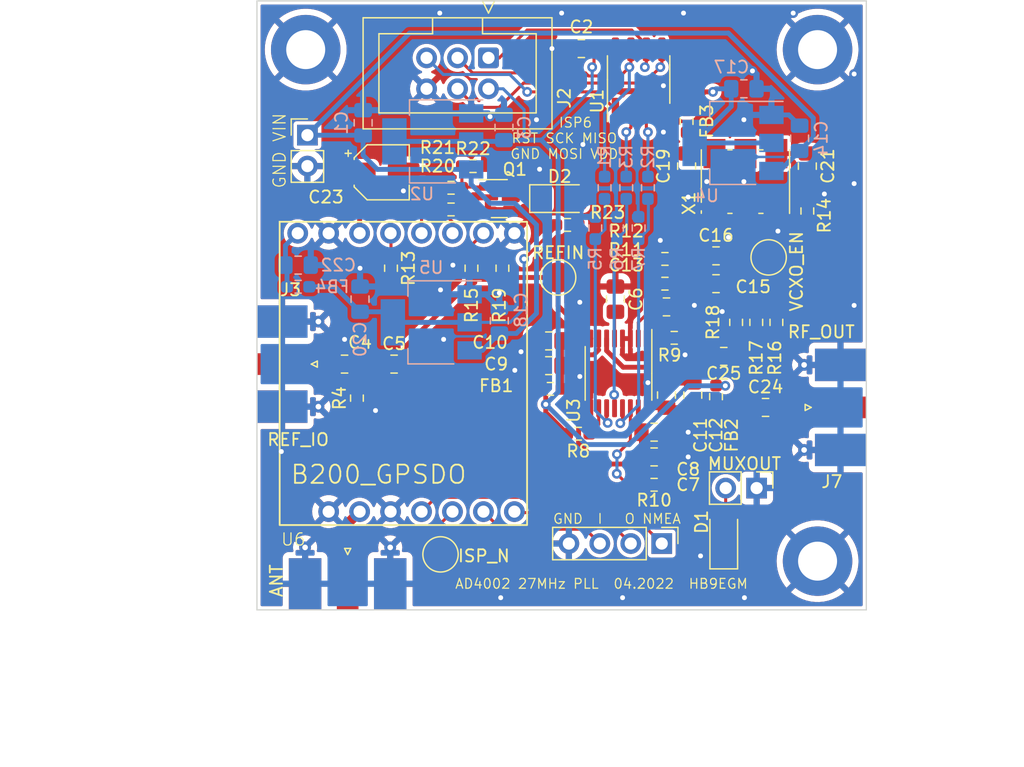
<source format=kicad_pcb>
(kicad_pcb (version 20211014) (generator pcbnew)

  (general
    (thickness 1.6)
  )

  (paper "A4")
  (layers
    (0 "F.Cu" signal)
    (31 "B.Cu" signal)
    (32 "B.Adhes" user "B.Adhesive")
    (33 "F.Adhes" user "F.Adhesive")
    (34 "B.Paste" user)
    (35 "F.Paste" user)
    (36 "B.SilkS" user "B.Silkscreen")
    (37 "F.SilkS" user "F.Silkscreen")
    (38 "B.Mask" user)
    (39 "F.Mask" user)
    (40 "Dwgs.User" user "User.Drawings")
    (41 "Cmts.User" user "User.Comments")
    (42 "Eco1.User" user "User.Eco1")
    (43 "Eco2.User" user "User.Eco2")
    (44 "Edge.Cuts" user)
    (45 "Margin" user)
    (46 "B.CrtYd" user "B.Courtyard")
    (47 "F.CrtYd" user "F.Courtyard")
    (48 "B.Fab" user)
    (49 "F.Fab" user)
    (50 "User.1" user)
    (51 "User.2" user)
    (52 "User.3" user)
    (53 "User.4" user)
    (54 "User.5" user)
    (55 "User.6" user)
    (56 "User.7" user)
    (57 "User.8" user)
    (58 "User.9" user)
  )

  (setup
    (stackup
      (layer "F.SilkS" (type "Top Silk Screen"))
      (layer "F.Paste" (type "Top Solder Paste"))
      (layer "F.Mask" (type "Top Solder Mask") (thickness 0.01))
      (layer "F.Cu" (type "copper") (thickness 0.035))
      (layer "dielectric 1" (type "core") (thickness 1.51) (material "FR4") (epsilon_r 4.5) (loss_tangent 0.02))
      (layer "B.Cu" (type "copper") (thickness 0.035))
      (layer "B.Mask" (type "Bottom Solder Mask") (thickness 0.01))
      (layer "B.Paste" (type "Bottom Solder Paste"))
      (layer "B.SilkS" (type "Bottom Silk Screen"))
      (copper_finish "ENIG")
      (dielectric_constraints no)
    )
    (pad_to_mask_clearance 0)
    (pcbplotparams
      (layerselection 0x00011fc_ffffffff)
      (disableapertmacros false)
      (usegerberextensions false)
      (usegerberattributes true)
      (usegerberadvancedattributes true)
      (creategerberjobfile true)
      (svguseinch false)
      (svgprecision 6)
      (excludeedgelayer true)
      (plotframeref false)
      (viasonmask false)
      (mode 1)
      (useauxorigin false)
      (hpglpennumber 1)
      (hpglpenspeed 20)
      (hpglpendiameter 15.000000)
      (dxfpolygonmode true)
      (dxfimperialunits true)
      (dxfusepcbnewfont true)
      (psnegative false)
      (psa4output false)
      (plotreference true)
      (plotvalue true)
      (plotinvisibletext false)
      (sketchpadsonfab false)
      (subtractmaskfromsilk false)
      (outputformat 5)
      (mirror false)
      (drillshape 0)
      (scaleselection 1)
      (outputdirectory "out")
    )
  )

  (net 0 "")
  (net 1 "V_IN")
  (net 2 "GND")
  (net 3 "/VDD")
  (net 4 "Net-(C4-Pad1)")
  (net 5 "Net-(C4-Pad2)")
  (net 6 "REFIN")
  (net 7 "Net-(C6-Pad2)")
  (net 8 "Net-(C10-Pad2)")
  (net 9 "Net-(C11-Pad1)")
  (net 10 "Net-(C13-Pad1)")
  (net 11 "Net-(C15-Pad1)")
  (net 12 "Net-(C16-Pad1)")
  (net 13 "/VDD_VCXO")
  (net 14 "Net-(C19-Pad1)")
  (net 15 "/VDD_GPSDO")
  (net 16 "Net-(C21-Pad1)")
  (net 17 "Net-(C21-Pad2)")
  (net 18 "Net-(C22-Pad1)")
  (net 19 "Net-(C23-Pad1)")
  (net 20 "Net-(C24-Pad1)")
  (net 21 "Net-(C24-Pad2)")
  (net 22 "Net-(C25-Pad1)")
  (net 23 "RFINA")
  (net 24 "Net-(D1-Pad2)")
  (net 25 "Net-(D2-Pad1)")
  (net 26 "Net-(D2-Pad2)")
  (net 27 "Net-(J5-Pad1)")
  (net 28 "Net-(Q1-Pad1)")
  (net 29 "Net-(R1-Pad2)")
  (net 30 "Net-(R2-Pad2)")
  (net 31 "Net-(R3-Pad2)")
  (net 32 "Net-(R8-Pad1)")
  (net 33 "Net-(R9-Pad2)")
  (net 34 "Net-(R10-Pad1)")
  (net 35 "Net-(R13-Pad1)")
  (net 36 "Net-(R14-Pad1)")
  (net 37 "Net-(R15-Pad2)")
  (net 38 "Net-(R20-Pad2)")
  (net 39 "Net-(R21-Pad2)")
  (net 40 "Net-(TP2-Pad1)")
  (net 41 "Net-(TP3-Pad1)")
  (net 42 "Net-(U1-Pad3)")
  (net 43 "Net-(U1-Pad2)")
  (net 44 "unconnected-(X1-Pad5)")
  (net 45 "/SER_I")
  (net 46 "/SER_O")
  (net 47 "/NMEA")
  (net 48 "/MISO")
  (net 49 "/SCK")
  (net 50 "/MOSI")
  (net 51 "/nRST")

  (footprint "MountingHole:MountingHole_3.2mm_M3_ISO7380_Pad" (layer "F.Cu") (at 146 116))

  (footprint "Resistor_SMD:R_0603_1608Metric_Pad0.98x0.95mm_HandSolder" (layer "F.Cu") (at 133.477 93.218 180))

  (footprint "Capacitor_SMD:C_0805_2012Metric_Pad1.18x1.45mm_HandSolder" (layer "F.Cu") (at 123.952 99.949 180))

  (footprint "Capacitor_SMD:C_0805_2012Metric_Pad1.18x1.45mm_HandSolder" (layer "F.Cu") (at 107.188 99.822))

  (footprint "MountingHole:MountingHole_3.2mm_M3_ISO7380_Pad" (layer "F.Cu") (at 146 74))

  (footprint "Resistor_SMD:R_0603_1608Metric_Pad0.98x0.95mm_HandSolder" (layer "F.Cu") (at 110.998 91.948 -90))

  (footprint "Resistor_SMD:R_0603_1608Metric_Pad0.98x0.95mm_HandSolder" (layer "F.Cu") (at 140.97 96.393 -90))

  (footprint "Resistor_SMD:R_0603_1608Metric_Pad0.98x0.95mm_HandSolder" (layer "F.Cu") (at 145.161 87.249 90))

  (footprint "Capacitor_SMD:C_0805_2012Metric_Pad1.18x1.45mm_HandSolder" (layer "F.Cu") (at 129.413 94.488 -90))

  (footprint "Capacitor_SMD:C_0805_2012Metric_Pad1.18x1.45mm_HandSolder" (layer "F.Cu") (at 138.303 99.187 180))

  (footprint "Resistor_SMD:R_0603_1608Metric_Pad0.98x0.95mm_HandSolder" (layer "F.Cu") (at 125.476 88.392))

  (footprint "Capacitor_SMD:C_0805_2012Metric_Pad1.18x1.45mm_HandSolder" (layer "F.Cu") (at 137.668 93.218))

  (footprint "TestPoint:TestPoint_Pad_D2.5mm" (layer "F.Cu") (at 124.714 92.71))

  (footprint "Resistor_SMD:R_0603_1608Metric_Pad0.98x0.95mm_HandSolder" (layer "F.Cu") (at 115.9275 85.344 180))

  (footprint "Connector_PinHeader_2.54mm:PinHeader_1x04_P2.54mm_Vertical" (layer "F.Cu") (at 133.213 114.554 -90))

  (footprint "Capacitor_SMD:C_0805_2012Metric_Pad1.18x1.45mm_HandSolder" (layer "F.Cu") (at 111.252 99.822))

  (footprint "Capacitor_SMD:C_0805_2012Metric_Pad1.18x1.45mm_HandSolder" (layer "F.Cu") (at 137.668 90.932))

  (footprint "Resistor_SMD:R_0603_1608Metric_Pad0.98x0.95mm_HandSolder" (layer "F.Cu") (at 142.621 96.393 90))

  (footprint "Capacitor_SMD:C_0805_2012Metric_Pad1.18x1.45mm_HandSolder" (layer "F.Cu") (at 133.604 102.362 90))

  (footprint "Resistor_SMD:R_0603_1608Metric_Pad0.98x0.95mm_HandSolder" (layer "F.Cu") (at 108.204 102.616 90))

  (footprint "Capacitor_SMD:C_0805_2012Metric_Pad1.18x1.45mm_HandSolder" (layer "F.Cu") (at 141.732 103.378))

  (footprint "Capacitor_SMD:C_0805_2012Metric_Pad1.18x1.45mm_HandSolder" (layer "F.Cu") (at 126.619 73.914 180))

  (footprint "Resistor_SMD:R_0603_1608Metric_Pad0.98x0.95mm_HandSolder" (layer "F.Cu") (at 126.365 105.537 180))

  (footprint "LED_SMD:LED_1206_3216Metric_Pad1.42x1.75mm_HandSolder" (layer "F.Cu") (at 124.841 86.233))

  (footprint "Capacitor_SMD:C_0805_2012Metric_Pad1.18x1.45mm_HandSolder" (layer "F.Cu") (at 133.604 95.123))

  (footprint "Resistor_SMD:R_0603_1608Metric_Pad0.98x0.95mm_HandSolder" (layer "F.Cu") (at 132.588 109.728))

  (footprint "Capacitor_SMD:C_0805_2012Metric_Pad1.18x1.45mm_HandSolder" (layer "F.Cu") (at 123.952 97.917))

  (footprint "TestPoint:TestPoint_Pad_D2.5mm" (layer "F.Cu") (at 141.986 91.059 90))

  (footprint "Capacitor_SMD:C_0805_2012Metric_Pad1.18x1.45mm_HandSolder" (layer "F.Cu") (at 132.588 107.442))

  (footprint "Resistor_SMD:R_0603_1608Metric_Pad0.98x0.95mm_HandSolder" (layer "F.Cu") (at 117.729 83.566))

  (footprint "MountingHole:MountingHole_3.2mm_M3_ISO7380_Pad" (layer "F.Cu") (at 104 74))

  (footprint "Package_SO:TSSOP-16_4.4x5mm_P0.65mm" (layer "F.Cu") (at 129.667 100.584 -90))

  (footprint "Resistor_SMD:R_0603_1608Metric_Pad0.98x0.95mm_HandSolder" (layer "F.Cu") (at 135.255 79.883 90))

  (footprint "Resistor_SMD:R_0603_1608Metric_Pad0.98x0.95mm_HandSolder" (layer "F.Cu") (at 133.477 91.186 180))

  (footprint "Connector_Coaxial:SMA_Molex_73251-2120_EdgeMount_Horizontal" (layer "F.Cu") (at 102.055 99.822 180))

  (footprint "Connector_PinHeader_2.54mm:PinHeader_1x02_P2.54mm_Vertical" (layer "F.Cu") (at 141 110 -90))

  (footprint "Resistor_SMD:R_0603_1608Metric_Pad0.98x0.95mm_HandSolder" (layer "F.Cu") (at 124.079 101.854 180))

  (footprint "Resistor_SMD:R_0603_1608Metric_Pad0.98x0.95mm_HandSolder" (layer "F.Cu") (at 120.142 91.948 -90))

  (footprint "Resistor_SMD:R_0603_1608Metric_Pad0.98x0.95mm_HandSolder" (layer "F.Cu") (at 137.668 102.489 90))

  (footprint "LED_SMD:LED_1206_3216Metric_Pad1.42x1.75mm_HandSolder" (layer "F.Cu") (at 138.303 114.173 90))

  (footprint "Package_SO:SOIC-8_3.9x4.9mm_P1.27mm" (layer "F.Cu") (at 131.318 76.454 90))

  (footprint "Connector_Coaxial:SMA_Molex_73251-2120_EdgeMount_Horizontal" (layer "F.Cu") (at 147.881 103.378))

  (footprint "Connector_Coaxial:SMA_Molex_73251-2120_EdgeMount_Horizontal" (layer "F.Cu") (at 107.442 117.856 -90))

  (footprint "Connector_PinHeader_2.54mm:PinHeader_1x02_P2.54mm_Vertical" (layer "F.Cu") (at 104.14 81.021))

  (footprint "Resistor_SMD:R_0603_1608Metric_Pad0.98x0.95mm_HandSolder" (layer "F.Cu") (at 117.602 91.948 90))

  (footprint "Capacitor_SMD:C_0805_2012Metric_Pad1.18x1.45mm_HandSolder" (layer "F.Cu") (at 135.255 83.566 -90))

  (footprint "Package_TO_SOT_SMD:SOT-23" (layer "F.Cu") (at 119.888 86.233))

  (footprint "ADF4002_27MHz_PLL:Oscillator_SMD_ECS_VXO_73" (layer "F.Cu") (at 140.081 84.836 90))

  (footprint "ADF4002_27MHz_PLL:GPSDO_B200" (layer "F.Cu") (at 110.964 99.234))

  (footprint "Connector_IDC:IDC-Header_2x03_P2.54mm_Vertical" (layer "F.Cu") (at 118.999 74.676 -90))

  (footprint "Capacitor_SMD:C_0805_2012Metric_Pad1.18x1.45mm_HandSolder" (layer "F.Cu") (at 132.588 105.41 180))

  (footprint "Capacitor_SMD:CP_Elec_4x5.3" (layer "F.Cu") (at 110.236 84.074))

  (footprint "TestPoint:TestPoint_Pad_D2.5mm" (layer "F.Cu") (at 115.062 115.443))

  (footprint "Resistor_SMD:R_0603_1608Metric_Pad0.98x0.95mm_HandSolder" (layer "F.Cu") (at 115.9275 87.122 180))

  (footprint "Capacitor_SMD:C_0805_2012Metric_Pad1.18x1.45mm_HandSolder" (layer "F.Cu") (at 135.763 102.362 90))

  (footprint "Resistor_SMD:R_0603_1608Metric_Pad0.98x0.95mm_HandSolder" (layer "F.Cu") (at 139.319 96.393 90))

  (footprint "Resistor_SMD:R_0603_1608Metric_Pad0.98x0.95mm_HandSolder" (layer "F.Cu") (at 134.239 97.663 180))

  (footprint "Capacitor_SMD:C_0805_2012Metric_Pad1.18x1.45mm_HandSolder" (layer "F.Cu")
    (tedit 5F68FEEF) (tstamp f6a8079c-9025-4014-a7a0-0b549284cc73)
    (at 145.161 83.566 -90)
    (descr "Capacitor SMD 0805 (2012 Metric), square (rectangular) end terminal, IPC_7351 nominal with elongated pad for handsoldering. (Body size source: IPC-SM-782 page 76, https://www.pcb-3d.com/wordpress/wp-content/uploads/ipc-sm-782a_amendment_1_and_2.pdf, https://docs.google.com/spreadsheets/d/1BsfQQcO9C6DZCsRaXUlFlo91Tg2WpOkGARC1WS5S8t0/edit?usp=sharing), generated with kicad-footprint-generator")
    (tags "capacitor handsolder")
    (property "Sheetfile" "ADF4002_27MHz_PLL.kicad_sch")
    (property "Sheetname" "")
    (path "/25257b4b-dd49-4adf-be3c-c00a0beb6376")
    (attr smd)
    (fp_text reference "C21" (at 0 -1.68 90) (layer "F.SilkS")
      (effects (font (size 1 1) (thickness 0.15)))
      (tstamp 83fbbfee-f7ab-4119-964c-4d788d9a8945)
    )
    (fp_text value "100pF" (at 0 1.68 90) (layer
... [716917 chars truncated]
</source>
